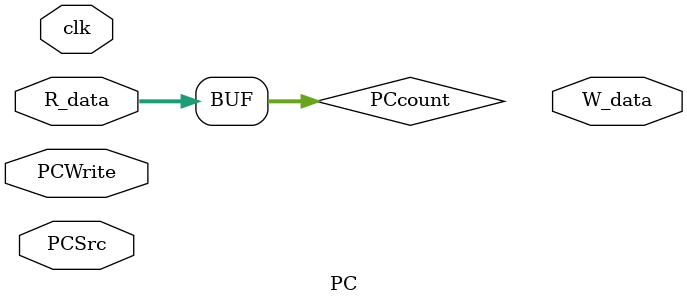
<source format=v>
`timescale 1ns / 1ps


module PC(clk,PCWrite,PCSrc,W_data,R_data);
    input clk;
    input PCWrite;
    input PCSrc;
    output[31:0] W_data;
    input[31:0] R_data;
    reg[31:0] PCcount;
    assign R_data = PCcount;
    initial begin
        PCcount=0;
    end
    always@(posedge clk)
        if(PCWrite||PCSrc)
            PCcount <= W_data;
endmodule


</source>
